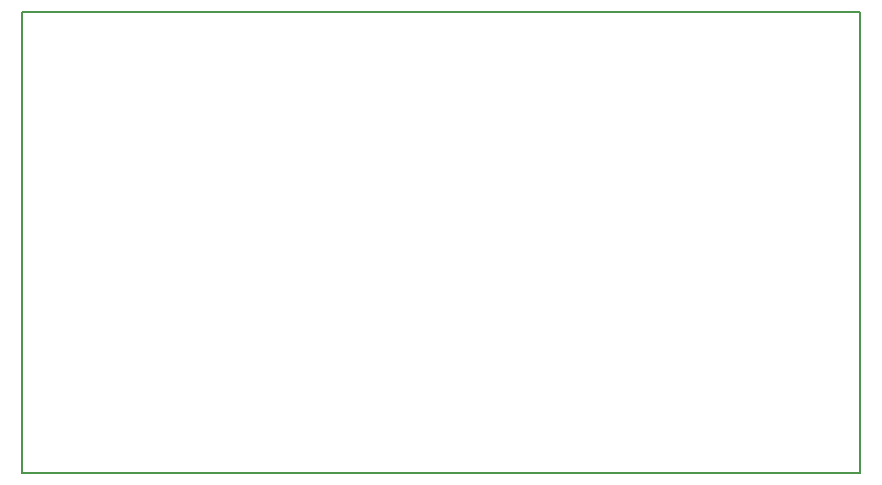
<source format=gbr>
G04 start of page 4 for group 2 idx 2 *
G04 Title: (unknown), outline *
G04 Creator: pcb 20110918 *
G04 CreationDate: Tue 10 Jan 2012 07:33:53 PM GMT UTC *
G04 For: andy *
G04 Format: Gerber/RS-274X *
G04 PCB-Dimensions: 279528 153543 *
G04 PCB-Coordinate-Origin: lower left *
%MOIN*%
%FSLAX25Y25*%
%LNOUTLINE*%
%ADD41C,0.0050*%
G54D41*X0Y153543D02*Y0D01*
Y153543D02*X279528D01*
X0Y0D02*X279528D01*
Y153543D02*Y0D01*
M02*

</source>
